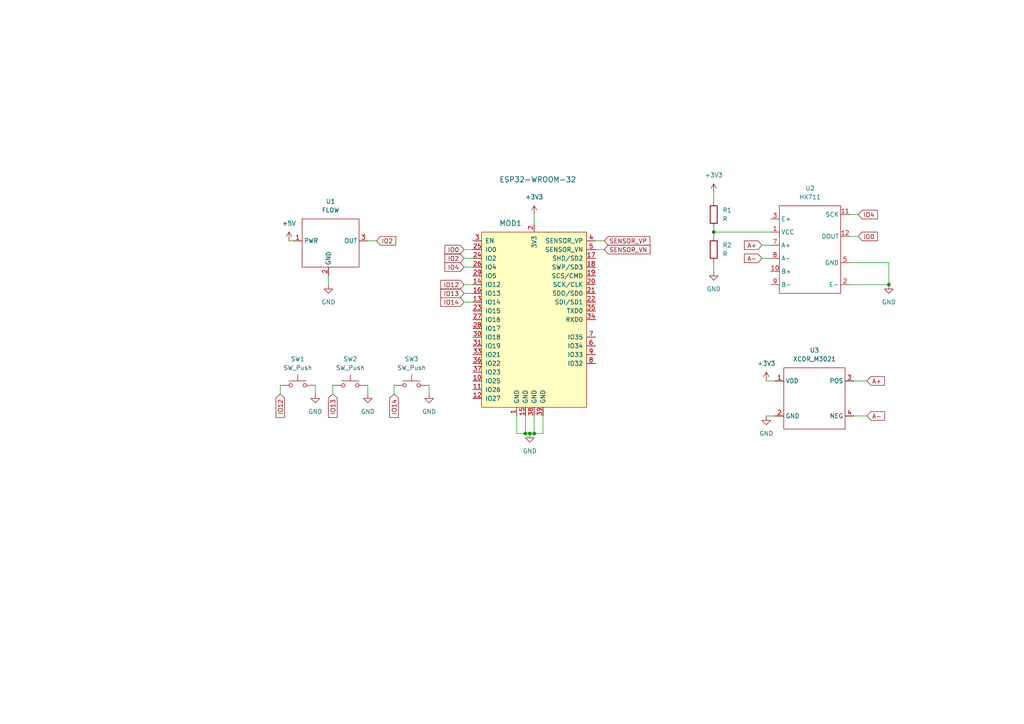
<source format=kicad_sch>
(kicad_sch (version 20211123) (generator eeschema)
  (paper "A4")
  (lib_symbols
    (symbol "Device:R" (pin_numbers hide) (pin_names (offset 0))
      (property "Reference" "R" (at 2.032 0 90))
      (property "Value" "R" (at 0 0 90))
      (symbol "R_0_1"
        (rectangle (start -1.016 -2.54) (end 1.016 2.54) (stroke (width 0.254)))
      )
      (symbol "R_1_1"
        (pin passive line (at 0 3.81 270) (length 1.27) (name "~") (number "1"))
        (pin passive line (at 0 -3.81 90) (length 1.27) (name "~") (number "2"))
      )
    )
    (symbol "Switch:SW_Push" (pin_numbers hide) (pin_names (offset 1.016) hide)
      (property "Reference" "SW" (at 1.27 2.54 0))
      (property "Value" "SW_Push" (at 0 -1.524 0))
      (symbol "SW_Push_0_1"
        (circle (center -2.032 0) (radius 0.508))
        (polyline (pts (xy 0 1.27) (xy 0 3.048)))
        (polyline (pts (xy 2.54 1.27) (xy -2.54 1.27)))
        (circle (center 2.032 0) (radius 0.508))
        (pin passive line (at -5.08 0 0) (length 2.54) (name "1") (number "1"))
        (pin passive line (at 5.08 0 180) (length 2.54) (name "2") (number "2"))
      )
    )
    (symbol "dk_RF-Transceiver-Modules:ESP32-WROOM-32" (pin_names (offset 1.016))
      (property "Reference" "MOD" (at -10.16 1.27 0))
      (property "Value" "ESP32-WROOM-32" (at 5.08 -25.4 90))
      (symbol "ESP32-WROOM-32_0_1"
        (rectangle (start -10.16 0) (end 20.32 -50.8) (fill (type background)))
      )
      (symbol "ESP32-WROOM-32_1_1"
        (pin power_in line (at 0 -53.34 90) (length 2.54) (name "GND") (number "1"))
        (pin bidirectional line (at -12.7 -43.18 0) (length 2.54) (name "IO25") (number "10"))
        (pin bidirectional line (at -12.7 -45.72 0) (length 2.54) (name "IO26") (number "11"))
        (pin bidirectional line (at -12.7 -48.26 0) (length 2.54) (name "IO27") (number "12"))
        (pin bidirectional line (at -12.7 -20.32 0) (length 2.54) (name "IO14") (number "13"))
        (pin bidirectional line (at -12.7 -15.24 0) (length 2.54) (name "IO12") (number "14"))
        (pin power_in line (at 2.54 -53.34 90) (length 2.54) (name "GND") (number "15"))
        (pin bidirectional line (at -12.7 -17.78 0) (length 2.54) (name "IO13") (number "16"))
        (pin bidirectional line (at 22.86 -7.62 180) (length 2.54) (name "SHD/SD2") (number "17"))
        (pin bidirectional line (at 22.86 -10.16 180) (length 2.54) (name "SWP/SD3") (number "18"))
        (pin bidirectional line (at 22.86 -12.7 180) (length 2.54) (name "SCS/CMD") (number "19"))
        (pin power_in line (at 5.08 2.54 270) (length 2.54) (name "3V3") (number "2"))
        (pin bidirectional line (at 22.86 -15.24 180) (length 2.54) (name "SCK/CLK") (number "20"))
        (pin bidirectional line (at 22.86 -17.78 180) (length 2.54) (name "SDO/SD0") (number "21"))
        (pin bidirectional line (at 22.86 -20.32 180) (length 2.54) (name "SDI/SD1") (number "22"))
        (pin bidirectional line (at -12.7 -22.86 0) (length 2.54) (name "IO15") (number "23"))
        (pin bidirectional line (at -12.7 -7.62 0) (length 2.54) (name "IO2") (number "24"))
        (pin bidirectional line (at -12.7 -5.08 0) (length 2.54) (name "IO0") (number "25"))
        (pin bidirectional line (at -12.7 -10.16 0) (length 2.54) (name "IO4") (number "26"))
        (pin bidirectional line (at -12.7 -25.4 0) (length 2.54) (name "IO16") (number "27"))
        (pin bidirectional line (at -12.7 -27.94 0) (length 2.54) (name "IO17") (number "28"))
        (pin bidirectional line (at -12.7 -12.7 0) (length 2.54) (name "IO5") (number "29"))
        (pin input line (at -12.7 -2.54 0) (length 2.54) (name "EN") (number "3"))
        (pin bidirectional line (at -12.7 -30.48 0) (length 2.54) (name "IO18") (number "30"))
        (pin bidirectional line (at -12.7 -33.02 0) (length 2.54) (name "IO19") (number "31"))
        (pin no_connect line (at 20.32 -43.18 180) (length 2.54) hide (name "NC") (number "32"))
        (pin bidirectional line (at -12.7 -35.56 0) (length 2.54) (name "IO21") (number "33"))
        (pin bidirectional line (at 22.86 -25.4 180) (length 2.54) (name "RXD0") (number "34"))
        (pin bidirectional line (at 22.86 -22.86 180) (length 2.54) (name "TXD0") (number "35"))
        (pin bidirectional line (at -12.7 -38.1 0) (length 2.54) (name "IO22") (number "36"))
        (pin bidirectional line (at -12.7 -40.64 0) (length 2.54) (name "IO23") (number "37"))
        (pin power_in line (at 5.08 -53.34 90) (length 2.54) (name "GND") (number "38"))
        (pin power_in line (at 7.62 -53.34 90) (length 2.54) (name "GND") (number "39"))
        (pin input line (at 22.86 -2.54 180) (length 2.54) (name "SENSOR_VP") (number "4"))
        (pin input line (at 22.86 -5.08 180) (length 2.54) (name "SENSOR_VN") (number "5"))
        (pin bidirectional line (at 22.86 -33.02 180) (length 2.54) (name "IO34") (number "6"))
        (pin bidirectional line (at 22.86 -30.48 180) (length 2.54) (name "IO35") (number "7"))
        (pin bidirectional line (at 22.86 -38.1 180) (length 2.54) (name "IO32") (number "8"))
        (pin bidirectional line (at 22.86 -35.56 180) (length 2.54) (name "IO33") (number "9"))
      )
    )
    (symbol "flow_sensor:FLOW"
      (property "Reference" "U" (at 0 10.16 0))
      (property "Value" "FLOW" (at 0 12.7 0))
      (symbol "FLOW_0_1"
        (rectangle (start -7.62 7.62) (end 8.89 -6.35))
      )
      (symbol "FLOW_1_1"
        (pin power_in line (at -10.16 1.27 0) (length 2.54) (name "PWR") (number "1"))
        (pin input line (at 0 -8.89 90) (length 2.54) (name "GND") (number "2"))
        (pin output line (at 11.43 1.27 180) (length 2.54) (name "OUT") (number "3"))
      )
    )
    (symbol "hx711:HX711"
      (property "Reference" "U" (at 0 5.08 0))
      (property "Value" "HX711" (at 0 5.08 0))
      (symbol "HX711_0_1"
        (rectangle (start -5.08 0) (end 12.7 -25.4))
      )
      (symbol "HX711_1_1"
        (pin power_in line (at -7.62 -7.62 0) (length 2.54) (name "VCC") (number "1"))
        (pin input line (at -7.62 -19.05 0) (length 2.54) (name "B+") (number "10"))
        (pin input line (at 15.24 -2.54 180) (length 2.54) (name "SCK") (number "11"))
        (pin output line (at 15.24 -8.89 180) (length 2.54) (name "DOUT") (number "12"))
        (pin power_in line (at 15.24 -22.86 180) (length 2.54) (name "E-") (number "2"))
        (pin power_in line (at -7.62 -3.81 0) (length 2.54) (name "E+") (number "3"))
        (pin power_in line (at 15.24 -16.51 180) (length 2.54) (name "GND") (number "5"))
        (pin input line (at -7.62 -11.43 0) (length 2.54) (name "A+") (number "7"))
        (pin input line (at -7.62 -15.24 0) (length 2.54) (name "A-") (number "8"))
        (pin input line (at -7.62 -22.86 0) (length 2.54) (name "B-") (number "9"))
      )
    )
    (symbol "power:+3.3V" (power) (pin_names (offset 0))
      (property "Value" "+3.3V" (at 0 3.556 0))
      (symbol "+3.3V_0_1"
        (polyline (pts (xy -0.762 1.27) (xy 0 2.54)))
        (polyline (pts (xy 0 0) (xy 0 2.54)))
        (polyline (pts (xy 0 2.54) (xy 0.762 1.27)))
      )
      (symbol "+3.3V_1_1"
        (pin power_in line (at 0 0 90) (length 0) hide (name "+3V3") (number "1"))
      )
    )
    (symbol "power:+5V" (power) (pin_names (offset 0))
      (property "Value" "+5V" (at 0 3.556 0))
      (symbol "+5V_0_1"
        (polyline (pts (xy -0.762 1.27) (xy 0 2.54)))
        (polyline (pts (xy 0 0) (xy 0 2.54)))
        (polyline (pts (xy 0 2.54) (xy 0.762 1.27)))
      )
      (symbol "+5V_1_1"
        (pin power_in line (at 0 0 90) (length 0) hide (name "+5V") (number "1"))
      )
    )
    (symbol "power:GND" (power) (pin_names (offset 0))
      (property "Value" "GND" (at 0 -3.81 0))
      (symbol "GND_0_1"
        (polyline (pts (xy 0 0) (xy 0 -1.27) (xy 1.27 -1.27) (xy 0 -2.54) (xy -1.27 -1.27) (xy 0 -1.27)))
      )
      (symbol "GND_1_1"
        (pin power_in line (at 0 0 270) (length 0) hide (name "GND") (number "1"))
      )
    )
    (symbol "pressure_sensor:XCDR_M3021"
      (property "Reference" "U" (at 0 0 0))
      (property "Value" "XCDR_M3021" (at 0 2.54 0))
      (symbol "XCDR_M3021_0_1"
        (rectangle (start -8.89 -2.54) (end 8.89 -20.32))
      )
      (symbol "XCDR_M3021_1_1"
        (pin power_in line (at -11.43 -6.35 0) (length 2.54) (name "VDD") (number "1"))
        (pin power_in line (at -11.43 -16.51 0) (length 2.54) (name "GND") (number "2"))
        (pin output line (at 11.43 -6.35 180) (length 2.54) (name "POS") (number "3"))
        (pin output line (at 11.43 -16.51 180) (length 2.54) (name "NEG") (number "4"))
      )
    )
  )
  (junction (at 154.94 125.73))
  (junction (at 153.67 125.73))
  (junction (at 207.01 67.31))
  (junction (at 152.4 125.73))
  (junction (at 257.81 82.55))
  (wire (pts (xy 152.4 125.73) (xy 153.67 125.73)))
  (wire (pts (xy 246.38 76.2) (xy 257.81 76.2)))
  (wire (pts (xy 154.94 62.23) (xy 154.94 64.77)))
  (wire (pts (xy 152.4 120.65) (xy 152.4 125.73)))
  (wire (pts (xy 154.94 120.65) (xy 154.94 125.73)))
  (wire (pts (xy 134.62 74.93) (xy 137.16 74.93)))
  (wire (pts (xy 134.62 77.47) (xy 137.16 77.47)))
  (wire (pts (xy 247.65 110.49) (xy 251.46 110.49)))
  (wire (pts (xy 154.94 125.73) (xy 157.48 125.73)))
  (wire (pts (xy 172.72 69.85) (xy 175.26 69.85)))
  (wire (pts (xy 207.01 67.31) (xy 223.52 67.31)))
  (wire (pts (xy 172.72 72.39) (xy 175.26 72.39)))
  (wire (pts (xy 222.25 110.49) (xy 224.79 110.49)))
  (wire (pts (xy 220.98 71.12) (xy 223.52 71.12)))
  (wire (pts (xy 157.48 120.65) (xy 157.48 125.73)))
  (wire (pts (xy 106.68 111.76) (xy 106.68 114.3)))
  (wire (pts (xy 222.25 120.65) (xy 224.79 120.65)))
  (wire (pts (xy 257.81 76.2) (xy 257.81 82.55)))
  (wire (pts (xy 207.01 67.31) (xy 207.01 68.58)))
  (wire (pts (xy 134.62 85.09) (xy 137.16 85.09)))
  (wire (pts (xy 95.25 80.01) (xy 95.25 82.55)))
  (wire (pts (xy 149.86 125.73) (xy 152.4 125.73)))
  (wire (pts (xy 134.62 72.39) (xy 137.16 72.39)))
  (wire (pts (xy 124.46 111.76) (xy 124.46 114.3)))
  (wire (pts (xy 96.52 111.76) (xy 96.52 114.3)))
  (wire (pts (xy 134.62 82.55) (xy 137.16 82.55)))
  (wire (pts (xy 114.3 111.76) (xy 114.3 114.3)))
  (wire (pts (xy 207.01 66.04) (xy 207.01 67.31)))
  (wire (pts (xy 83.82 69.85) (xy 85.09 69.85)))
  (wire (pts (xy 207.01 55.88) (xy 207.01 58.42)))
  (wire (pts (xy 149.86 120.65) (xy 149.86 125.73)))
  (wire (pts (xy 246.38 68.58) (xy 248.92 68.58)))
  (wire (pts (xy 246.38 62.23) (xy 248.92 62.23)))
  (wire (pts (xy 246.38 82.55) (xy 257.81 82.55)))
  (wire (pts (xy 153.67 125.73) (xy 154.94 125.73)))
  (wire (pts (xy 207.01 76.2) (xy 207.01 78.74)))
  (wire (pts (xy 134.62 87.63) (xy 137.16 87.63)))
  (wire (pts (xy 91.44 111.76) (xy 91.44 114.3)))
  (wire (pts (xy 81.28 111.76) (xy 81.28 114.3)))
  (wire (pts (xy 247.65 120.65) (xy 251.46 120.65)))
  (wire (pts (xy 106.68 69.85) (xy 109.22 69.85)))
  (wire (pts (xy 220.98 74.93) (xy 223.52 74.93)))
  (global_label "SENSOR_VP" (shape input) (at 175.26 69.85 0) (property "Intersheet References" "${INTERSHEET_REFS}" (effects hide)))
  (global_label "IO14" (shape input) (at 114.3 114.3 270) (property "Intersheet References" "${INTERSHEET_REFS}" (effects hide)))
  (global_label "A+" (shape input) (at 251.46 110.49 0) (property "Intersheet References" "${INTERSHEET_REFS}" (effects hide)))
  (global_label "IO2" (shape input) (at 134.62 74.93 180) (property "Intersheet References" "${INTERSHEET_REFS}" (effects hide)))
  (global_label "A-" (shape input) (at 251.46 120.65 0) (property "Intersheet References" "${INTERSHEET_REFS}" (effects hide)))
  (global_label "IO14" (shape input) (at 134.62 87.63 180) (property "Intersheet References" "${INTERSHEET_REFS}" (effects hide)))
  (global_label "A-" (shape input) (at 220.98 74.93 180) (property "Intersheet References" "${INTERSHEET_REFS}" (effects hide)))
  (global_label "IO12" (shape input) (at 134.62 82.55 180) (property "Intersheet References" "${INTERSHEET_REFS}" (effects hide)))
  (global_label "IO2" (shape input) (at 109.22 69.85 0) (property "Intersheet References" "${INTERSHEET_REFS}" (effects hide)))
  (global_label "SENSOR_VN" (shape input) (at 175.26 72.39 0) (property "Intersheet References" "${INTERSHEET_REFS}" (effects hide)))
  (global_label "IO12" (shape input) (at 81.28 114.3 270) (property "Intersheet References" "${INTERSHEET_REFS}" (effects hide)))
  (global_label "IO13" (shape input) (at 96.52 114.3 270) (property "Intersheet References" "${INTERSHEET_REFS}" (effects hide)))
  (global_label "IO4" (shape input) (at 248.92 62.23 0) (property "Intersheet References" "${INTERSHEET_REFS}" (effects hide)))
  (global_label "IO4" (shape input) (at 134.62 77.47 180) (property "Intersheet References" "${INTERSHEET_REFS}" (effects hide)))
  (global_label "IO0" (shape input) (at 248.92 68.58 0) (property "Intersheet References" "${INTERSHEET_REFS}" (effects hide)))
  (global_label "IO13" (shape input) (at 134.62 85.09 180) (property "Intersheet References" "${INTERSHEET_REFS}" (effects hide)))
  (global_label "IO0" (shape input) (at 134.62 72.39 180) (property "Intersheet References" "${INTERSHEET_REFS}" (effects hide)))
  (global_label "A+" (shape input) (at 220.98 71.12 180) (property "Intersheet References" "${INTERSHEET_REFS}" (effects hide)))
  (symbol (lib_id "power:GND") (at 207.01 78.74 0) (unit 1)
    (property "Reference" "#PWR09" (effects hide))
    (property "Value" "GND" (at 207.01 83.82 0))
  )
  (symbol (lib_id "hx711:HX711") (at 231.14 59.69 0) (unit 1)
    (property "Reference" "U2" (at 234.95 54.61 0))
    (property "Value" "HX711" (at 234.95 57.15 0))
  )
  (symbol (lib_id "power:+5V") (at 83.82 69.85 0) (unit 1)
    (property "Reference" "#PWR01" (effects hide))
    (property "Value" "+5V" (at 83.82 64.77 0))
  )
  (symbol (lib_id "pressure_sensor:XCDR_M3021") (at 236.22 104.14 0) (unit 1)
    (property "Reference" "U3" (at 236.22 101.6 0))
    (property "Value" "XCDR_M3021" (at 236.22 104.14 0))
  )
  (symbol (lib_id "Device:R") (at 207.01 62.23 180) (unit 1)
    (property "Reference" "R1" (at 209.55 60.9599 0) (effects (justify right)))
    (property "Value" "R" (at 209.55 63.4999 0) (effects (justify right)))
  )
  (symbol (lib_id "power:GND") (at 257.81 82.55 0) (unit 1)
    (property "Reference" "#PWR012" (effects hide))
    (property "Value" "GND" (at 257.81 87.63 0))
  )
  (symbol (lib_id "Switch:SW_Push") (at 86.36 111.76 0) (unit 1)
    (property "Reference" "SW1" (at 86.36 104.14 0))
    (property "Value" "SW_Push" (at 86.36 106.68 0))
  )
  (symbol (lib_id "flow_sensor:FLOW") (at 95.25 71.12 0) (unit 1)
    (property "Reference" "U1" (at 95.885 58.42 0))
    (property "Value" "FLOW" (at 95.885 60.96 0))
  )
  (symbol (lib_id "power:GND") (at 153.67 125.73 0) (unit 1)
    (property "Reference" "#PWR06" (effects hide))
    (property "Value" "GND" (at 153.67 130.81 0))
  )
  (symbol (lib_id "power:+3.3V") (at 222.25 110.49 0) (unit 1)
    (property "Reference" "#PWR010" (effects hide))
    (property "Value" "+3.3V" (at 222.25 105.41 0))
  )
  (symbol (lib_id "Switch:SW_Push") (at 101.6 111.76 0) (unit 1)
    (property "Reference" "SW2" (at 101.6 104.14 0))
    (property "Value" "SW_Push" (at 101.6 106.68 0))
  )
  (symbol (lib_id "dk_RF-Transceiver-Modules:ESP32-WROOM-32") (at 149.86 67.31 0) (unit 1)
    (property "Reference" "MOD1" (at 144.78 64.77 0) (effects (font (size 1.524 1.524)) (justify left)))
    (property "Value" "ESP32-WROOM-32" (at 144.78 52.07 0) (effects (font (size 1.524 1.524)) (justify left)))
    (property "Footprint" "digikey-footprints:ESP32-WROOM-32D" (effects hide))
    (property "Datasheet" "https://www.espressif.com/sites/default/files/documentation/esp32-wroom-32_datasheet_en.pdf" (effects hide))
    (property "Digi-Key_PN" "1904-1010-1-ND" (effects hide))
    (property "MPN" "ESP32-WROOM-32" (effects hide))
    (property "Category" "RF/IF and RFID" (effects hide))
    (property "Family" "RF Transceiver Modules" (effects hide))
    (property "DK_Datasheet_Link" "https://www.espressif.com/sites/default/files/documentation/esp32-wroom-32_datasheet_en.pdf" (effects hide))
    (property "DK_Detail_Page" "/product-detail/en/espressif-systems/ESP32-WROOM-32/1904-1010-1-ND/8544305" (effects hide))
    (property "Description" "SMD MODULE, ESP32-D0WDQ6, 32MBIT" (effects hide))
    (property "Manufacturer" "Espressif Systems" (effects hide))
    (property "Status" "Active" (effects hide))
  )
  (symbol (lib_id "power:GND") (at 106.68 114.3 0) (unit 1)
    (property "Reference" "#PWR04" (effects hide))
    (property "Value" "GND" (at 106.68 119.38 0))
  )
  (symbol (lib_id "Switch:SW_Push") (at 119.38 111.76 0) (unit 1)
    (property "Reference" "SW3" (at 119.38 104.14 0))
    (property "Value" "SW_Push" (at 119.38 106.68 0))
  )
  (symbol (lib_id "power:GND") (at 124.46 114.3 0) (unit 1)
    (property "Reference" "#PWR05" (effects hide))
    (property "Value" "GND" (at 124.46 119.38 0))
  )
  (symbol (lib_id "power:GND") (at 222.25 120.65 0) (unit 1)
    (property "Reference" "#PWR011" (effects hide))
    (property "Value" "GND" (at 222.25 125.73 0))
  )
  (symbol (lib_id "power:+3.3V") (at 207.01 55.88 0) (unit 1)
    (property "Reference" "#PWR08" (effects hide))
    (property "Value" "+3.3V" (at 207.01 50.8 0))
  )
  (symbol (lib_id "power:GND") (at 91.44 114.3 0) (unit 1)
    (property "Reference" "#PWR02" (effects hide))
    (property "Value" "GND" (at 91.44 119.38 0))
  )
  (symbol (lib_id "power:GND") (at 95.25 82.55 0) (unit 1)
    (property "Reference" "#PWR03" (effects hide))
    (property "Value" "GND" (at 95.25 87.63 0))
  )
  (symbol (lib_id "power:+3.3V") (at 154.94 62.23 0) (unit 1)
    (property "Reference" "#PWR07" (effects hide))
    (property "Value" "+3.3V" (at 154.94 57.15 0))
  )
  (symbol (lib_id "Device:R") (at 207.01 72.39 180) (unit 1)
    (property "Reference" "R2" (at 209.55 71.1199 0) (effects (justify right)))
    (property "Value" "R" (at 209.55 73.6599 0) (effects (justify right)))
  )
)
</source>
